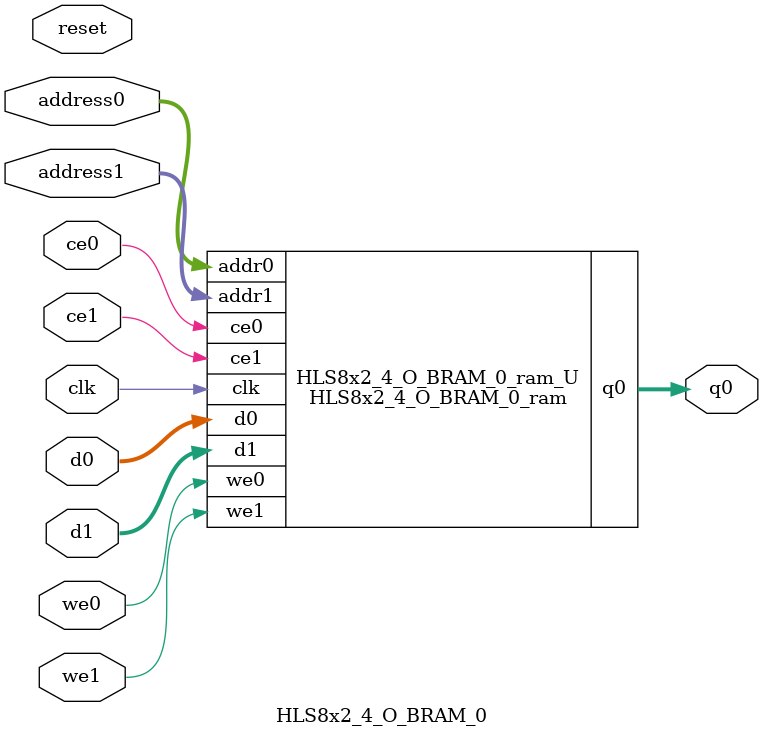
<source format=v>

`timescale 1 ns / 1 ps
module HLS8x2_4_O_BRAM_0_ram (addr0, ce0, d0, we0, q0, addr1, ce1, d1, we1,  clk);

parameter DWIDTH = 16;
parameter AWIDTH = 8;
parameter MEM_SIZE = 169;

input[AWIDTH-1:0] addr0;
input ce0;
input[DWIDTH-1:0] d0;
input we0;
output reg[DWIDTH-1:0] q0;
input[AWIDTH-1:0] addr1;
input ce1;
input[DWIDTH-1:0] d1;
input we1;
input clk;

(* ram_style = "block" *)reg [DWIDTH-1:0] ram[0:MEM_SIZE-1];




always @(posedge clk)  
begin 
    if (ce0) 
    begin
        if (we0) 
        begin 
            ram[addr0] <= d0; 
            q0 <= d0;
        end 
        else 
            q0 <= ram[addr0];
    end
end


always @(posedge clk)  
begin 
    if (ce1) 
    begin
        if (we1) 
        begin 
            ram[addr1] <= d1; 
        end 
    end
end


endmodule


`timescale 1 ns / 1 ps
module HLS8x2_4_O_BRAM_0(
    reset,
    clk,
    address0,
    ce0,
    we0,
    d0,
    q0,
    address1,
    ce1,
    we1,
    d1);

parameter DataWidth = 32'd16;
parameter AddressRange = 32'd169;
parameter AddressWidth = 32'd8;
input reset;
input clk;
input[AddressWidth - 1:0] address0;
input ce0;
input we0;
input[DataWidth - 1:0] d0;
output[DataWidth - 1:0] q0;
input[AddressWidth - 1:0] address1;
input ce1;
input we1;
input[DataWidth - 1:0] d1;



HLS8x2_4_O_BRAM_0_ram HLS8x2_4_O_BRAM_0_ram_U(
    .clk( clk ),
    .addr0( address0 ),
    .ce0( ce0 ),
    .d0( d0 ),
    .we0( we0 ),
    .q0( q0 ),
    .addr1( address1 ),
    .ce1( ce1 ),
    .d1( d1 ),
    .we1( we1 ));

endmodule


</source>
